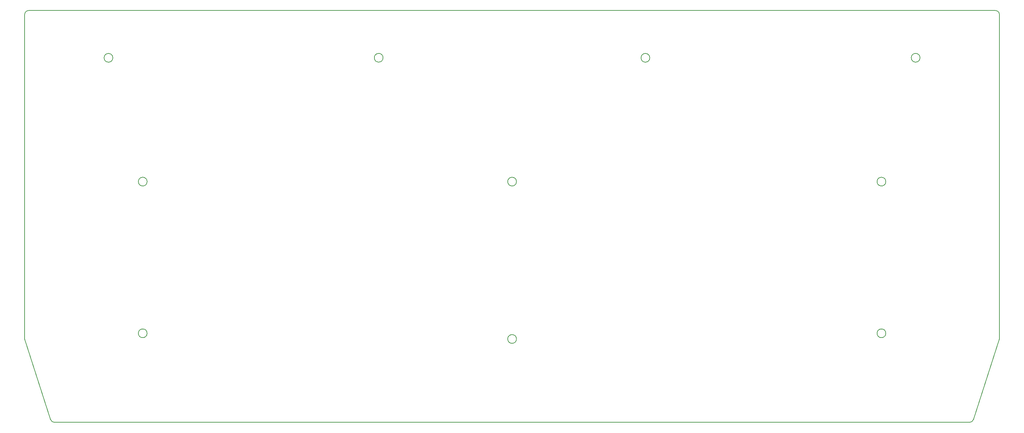
<source format=gbr>
G04 #@! TF.GenerationSoftware,KiCad,Pcbnew,(5.1.6-0-10_14)*
G04 #@! TF.CreationDate,2022-07-10T08:57:52+09:00*
G04 #@! TF.ProjectId,cool445,636f6f6c-3434-4352-9e6b-696361645f70,rev?*
G04 #@! TF.SameCoordinates,Original*
G04 #@! TF.FileFunction,Profile,NP*
%FSLAX46Y46*%
G04 Gerber Fmt 4.6, Leading zero omitted, Abs format (unit mm)*
G04 Created by KiCad (PCBNEW (5.1.6-0-10_14)) date 2022-07-10 08:57:52*
%MOMM*%
%LPD*%
G01*
G04 APERTURE LIST*
G04 #@! TA.AperFunction,Profile*
%ADD10C,0.150000*%
G04 #@! TD*
G04 APERTURE END LIST*
D10*
X17339170Y-69420009D02*
G75*
G03*
X18300000Y-70140799I960830J280009D01*
G01*
X249350000Y-69420000D02*
G75*
G02*
X248389170Y-70140790I-960830J280009D01*
G01*
X254890000Y33590000D02*
G75*
G02*
X255890799Y32589201I0J-1000799D01*
G01*
X10810000Y32590000D02*
G75*
G02*
X11810799Y33590799I1000799J0D01*
G01*
X134460000Y-9500000D02*
G75*
G03*
X134460000Y-9500000I-1100000J0D01*
G01*
X134460000Y-49130000D02*
G75*
G03*
X134460000Y-49130000I-1100000J0D01*
G01*
X41590000Y-47700000D02*
G75*
G03*
X41590000Y-47700000I-1100000J0D01*
G01*
X227330000Y-47700000D02*
G75*
G03*
X227330000Y-47700000I-1100000J0D01*
G01*
X227330000Y-9500000D02*
G75*
G03*
X227330000Y-9500000I-1100000J0D01*
G01*
X41590000Y-9500000D02*
G75*
G03*
X41590000Y-9500000I-1100000J0D01*
G01*
X235930000Y21690000D02*
G75*
G03*
X235930000Y21690000I-1100000J0D01*
G01*
X167980000Y21680000D02*
G75*
G03*
X167980000Y21680000I-1100000J0D01*
G01*
X100920000Y21690000D02*
G75*
G03*
X100920000Y21690000I-1100000J0D01*
G01*
X32970000Y21680000D02*
G75*
G03*
X32970000Y21680000I-1100000J0D01*
G01*
X18300000Y-70140799D02*
X248389170Y-70140790D01*
X10810000Y-49100000D02*
X17339170Y-69420009D01*
X10810000Y32590000D02*
X10810000Y-49100000D01*
X254890000Y33590000D02*
X11810799Y33590799D01*
X255890000Y-49100000D02*
X255890799Y32589201D01*
X249350000Y-69420000D02*
X255890000Y-49100000D01*
M02*

</source>
